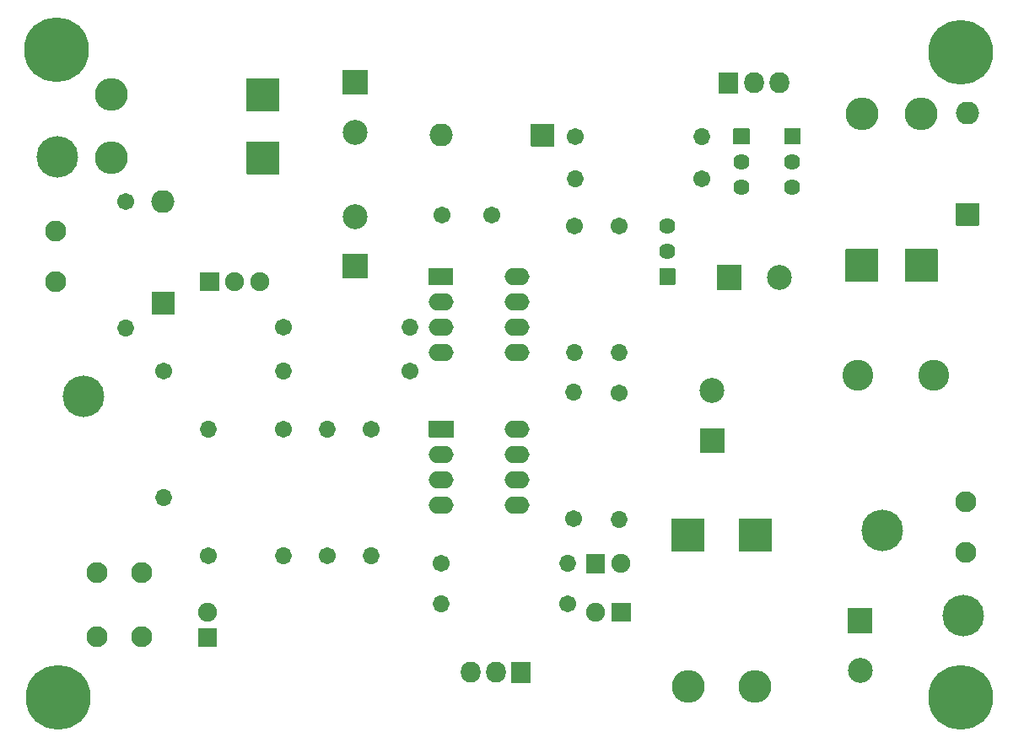
<source format=gbr>
%TF.GenerationSoftware,KiCad,Pcbnew,(5.1.9)-1*%
%TF.CreationDate,2021-07-30T10:33:42+09:00*%
%TF.ProjectId,12f683MPPT,31326636-3833-44d5-9050-542e6b696361,rev?*%
%TF.SameCoordinates,Original*%
%TF.FileFunction,Soldermask,Top*%
%TF.FilePolarity,Negative*%
%FSLAX46Y46*%
G04 Gerber Fmt 4.6, Leading zero omitted, Abs format (unit mm)*
G04 Created by KiCad (PCBNEW (5.1.9)-1) date 2021-07-30 10:33:42*
%MOMM*%
%LPD*%
G01*
G04 APERTURE LIST*
%ADD10C,6.502000*%
%ADD11C,2.102000*%
%ADD12O,3.302000X3.302000*%
%ADD13C,2.502000*%
%ADD14C,1.702000*%
%ADD15O,2.302000X2.302000*%
%ADD16C,1.902000*%
%ADD17C,3.102000*%
%ADD18C,1.622000*%
%ADD19O,1.702000X1.702000*%
%ADD20O,1.902000X1.902000*%
%ADD21O,2.502000X1.702000*%
%ADD22C,4.166000*%
%ADD23O,2.007000X2.102000*%
G04 APERTURE END LIST*
D10*
X39903400Y-30251400D03*
X40055800Y-95199200D03*
X130606800Y-95275400D03*
X130657600Y-30480000D03*
D11*
X131150000Y-75560000D03*
X131150000Y-80640000D03*
X39800000Y-48430000D03*
X39800000Y-53510000D03*
G36*
G01*
X62241000Y-33130000D02*
X62241000Y-36330000D01*
G75*
G02*
X62190000Y-36381000I-51000J0D01*
G01*
X58990000Y-36381000D01*
G75*
G02*
X58939000Y-36330000I0J51000D01*
G01*
X58939000Y-33130000D01*
G75*
G02*
X58990000Y-33079000I51000J0D01*
G01*
X62190000Y-33079000D01*
G75*
G02*
X62241000Y-33130000I0J-51000D01*
G01*
G37*
D12*
X45350000Y-34730000D03*
X126670000Y-36640000D03*
G36*
G01*
X128270000Y-53531000D02*
X125070000Y-53531000D01*
G75*
G02*
X125019000Y-53480000I0J51000D01*
G01*
X125019000Y-50280000D01*
G75*
G02*
X125070000Y-50229000I51000J0D01*
G01*
X128270000Y-50229000D01*
G75*
G02*
X128321000Y-50280000I0J-51000D01*
G01*
X128321000Y-53480000D01*
G75*
G02*
X128270000Y-53531000I-51000J0D01*
G01*
G37*
G36*
G01*
X108420000Y-77279000D02*
X111620000Y-77279000D01*
G75*
G02*
X111671000Y-77330000I0J-51000D01*
G01*
X111671000Y-80530000D01*
G75*
G02*
X111620000Y-80581000I-51000J0D01*
G01*
X108420000Y-80581000D01*
G75*
G02*
X108369000Y-80530000I0J51000D01*
G01*
X108369000Y-77330000D01*
G75*
G02*
X108420000Y-77279000I51000J0D01*
G01*
G37*
X110020000Y-94170000D03*
G36*
G01*
X119340000Y-86279000D02*
X121740000Y-86279000D01*
G75*
G02*
X121791000Y-86330000I0J-51000D01*
G01*
X121791000Y-88730000D01*
G75*
G02*
X121740000Y-88781000I-51000J0D01*
G01*
X119340000Y-88781000D01*
G75*
G02*
X119289000Y-88730000I0J51000D01*
G01*
X119289000Y-86330000D01*
G75*
G02*
X119340000Y-86279000I51000J0D01*
G01*
G37*
D13*
X120540000Y-92530000D03*
X112400000Y-53090000D03*
G36*
G01*
X106149000Y-54290000D02*
X106149000Y-51890000D01*
G75*
G02*
X106200000Y-51839000I51000J0D01*
G01*
X108600000Y-51839000D01*
G75*
G02*
X108651000Y-51890000I0J-51000D01*
G01*
X108651000Y-54290000D01*
G75*
G02*
X108600000Y-54341000I-51000J0D01*
G01*
X106200000Y-54341000D01*
G75*
G02*
X106149000Y-54290000I0J51000D01*
G01*
G37*
X69830000Y-46940000D03*
G36*
G01*
X71030000Y-53191000D02*
X68630000Y-53191000D01*
G75*
G02*
X68579000Y-53140000I0J51000D01*
G01*
X68579000Y-50740000D01*
G75*
G02*
X68630000Y-50689000I51000J0D01*
G01*
X71030000Y-50689000D01*
G75*
G02*
X71081000Y-50740000I0J-51000D01*
G01*
X71081000Y-53140000D01*
G75*
G02*
X71030000Y-53191000I-51000J0D01*
G01*
G37*
D14*
X83570000Y-46840000D03*
X78570000Y-46840000D03*
G36*
G01*
X106900000Y-70691000D02*
X104500000Y-70691000D01*
G75*
G02*
X104449000Y-70640000I0J51000D01*
G01*
X104449000Y-68240000D01*
G75*
G02*
X104500000Y-68189000I51000J0D01*
G01*
X106900000Y-68189000D01*
G75*
G02*
X106951000Y-68240000I0J-51000D01*
G01*
X106951000Y-70640000D01*
G75*
G02*
X106900000Y-70691000I-51000J0D01*
G01*
G37*
D13*
X105700000Y-64440000D03*
X69850000Y-38470000D03*
G36*
G01*
X68650000Y-32219000D02*
X71050000Y-32219000D01*
G75*
G02*
X71101000Y-32270000I0J-51000D01*
G01*
X71101000Y-34670000D01*
G75*
G02*
X71050000Y-34721000I-51000J0D01*
G01*
X68650000Y-34721000D01*
G75*
G02*
X68599000Y-34670000I0J51000D01*
G01*
X68599000Y-32270000D01*
G75*
G02*
X68650000Y-32219000I51000J0D01*
G01*
G37*
G36*
G01*
X122320000Y-53531000D02*
X119120000Y-53531000D01*
G75*
G02*
X119069000Y-53480000I0J51000D01*
G01*
X119069000Y-50280000D01*
G75*
G02*
X119120000Y-50229000I51000J0D01*
G01*
X122320000Y-50229000D01*
G75*
G02*
X122371000Y-50280000I0J-51000D01*
G01*
X122371000Y-53480000D01*
G75*
G02*
X122320000Y-53531000I-51000J0D01*
G01*
G37*
D12*
X120720000Y-36640000D03*
X103270000Y-94170000D03*
G36*
G01*
X101670000Y-77279000D02*
X104870000Y-77279000D01*
G75*
G02*
X104921000Y-77330000I0J-51000D01*
G01*
X104921000Y-80530000D01*
G75*
G02*
X104870000Y-80581000I-51000J0D01*
G01*
X101670000Y-80581000D01*
G75*
G02*
X101619000Y-80530000I0J51000D01*
G01*
X101619000Y-77330000D01*
G75*
G02*
X101670000Y-77279000I51000J0D01*
G01*
G37*
G36*
G01*
X89801000Y-37700000D02*
X89801000Y-39900000D01*
G75*
G02*
X89750000Y-39951000I-51000J0D01*
G01*
X87550000Y-39951000D01*
G75*
G02*
X87499000Y-39900000I0J51000D01*
G01*
X87499000Y-37700000D01*
G75*
G02*
X87550000Y-37649000I51000J0D01*
G01*
X89750000Y-37649000D01*
G75*
G02*
X89801000Y-37700000I0J-51000D01*
G01*
G37*
D15*
X78490000Y-38800000D03*
D16*
X55030000Y-86700000D03*
G36*
G01*
X55930000Y-90191000D02*
X54130000Y-90191000D01*
G75*
G02*
X54079000Y-90140000I0J51000D01*
G01*
X54079000Y-88340000D01*
G75*
G02*
X54130000Y-88289000I51000J0D01*
G01*
X55930000Y-88289000D01*
G75*
G02*
X55981000Y-88340000I0J-51000D01*
G01*
X55981000Y-90140000D01*
G75*
G02*
X55930000Y-90191000I-51000J0D01*
G01*
G37*
D15*
X50580000Y-45470000D03*
G36*
G01*
X51680000Y-56781000D02*
X49480000Y-56781000D01*
G75*
G02*
X49429000Y-56730000I0J51000D01*
G01*
X49429000Y-54530000D01*
G75*
G02*
X49480000Y-54479000I51000J0D01*
G01*
X51680000Y-54479000D01*
G75*
G02*
X51731000Y-54530000I0J-51000D01*
G01*
X51731000Y-56730000D01*
G75*
G02*
X51680000Y-56781000I-51000J0D01*
G01*
G37*
D12*
X45350000Y-41050000D03*
G36*
G01*
X62241000Y-39450000D02*
X62241000Y-42650000D01*
G75*
G02*
X62190000Y-42701000I-51000J0D01*
G01*
X58990000Y-42701000D01*
G75*
G02*
X58939000Y-42650000I0J51000D01*
G01*
X58939000Y-39450000D01*
G75*
G02*
X58990000Y-39399000I51000J0D01*
G01*
X62190000Y-39399000D01*
G75*
G02*
X62241000Y-39450000I0J-51000D01*
G01*
G37*
G36*
G01*
X93039000Y-82700000D02*
X93039000Y-80900000D01*
G75*
G02*
X93090000Y-80849000I51000J0D01*
G01*
X94890000Y-80849000D01*
G75*
G02*
X94941000Y-80900000I0J-51000D01*
G01*
X94941000Y-82700000D01*
G75*
G02*
X94890000Y-82751000I-51000J0D01*
G01*
X93090000Y-82751000D01*
G75*
G02*
X93039000Y-82700000I0J51000D01*
G01*
G37*
D16*
X96530000Y-81800000D03*
X94020000Y-86670000D03*
G36*
G01*
X97511000Y-85770000D02*
X97511000Y-87570000D01*
G75*
G02*
X97460000Y-87621000I-51000J0D01*
G01*
X95660000Y-87621000D01*
G75*
G02*
X95609000Y-87570000I0J51000D01*
G01*
X95609000Y-85770000D01*
G75*
G02*
X95660000Y-85719000I51000J0D01*
G01*
X97460000Y-85719000D01*
G75*
G02*
X97511000Y-85770000I0J-51000D01*
G01*
G37*
D17*
X127890000Y-62900000D03*
X120270000Y-62900000D03*
G36*
G01*
X102001000Y-52229999D02*
X102001000Y-53750001D01*
G75*
G02*
X101950001Y-53801000I-50999J0D01*
G01*
X100429999Y-53801000D01*
G75*
G02*
X100379000Y-53750001I0J50999D01*
G01*
X100379000Y-52229999D01*
G75*
G02*
X100429999Y-52179000I50999J0D01*
G01*
X101950001Y-52179000D01*
G75*
G02*
X102001000Y-52229999I0J-50999D01*
G01*
G37*
D18*
X101190000Y-47910000D03*
X101190000Y-50450000D03*
G36*
G01*
X107819000Y-39660001D02*
X107819000Y-38139999D01*
G75*
G02*
X107869999Y-38089000I50999J0D01*
G01*
X109390001Y-38089000D01*
G75*
G02*
X109441000Y-38139999I0J-50999D01*
G01*
X109441000Y-39660001D01*
G75*
G02*
X109390001Y-39711000I-50999J0D01*
G01*
X107869999Y-39711000D01*
G75*
G02*
X107819000Y-39660001I0J50999D01*
G01*
G37*
X108630000Y-43980000D03*
X108630000Y-41440000D03*
X113730000Y-41440000D03*
X113730000Y-43980000D03*
G36*
G01*
X112919000Y-39660001D02*
X112919000Y-38139999D01*
G75*
G02*
X112969999Y-38089000I50999J0D01*
G01*
X114490001Y-38089000D01*
G75*
G02*
X114541000Y-38139999I0J-50999D01*
G01*
X114541000Y-39660001D01*
G75*
G02*
X114490001Y-39711000I-50999J0D01*
G01*
X112969999Y-39711000D01*
G75*
G02*
X112919000Y-39660001I0J50999D01*
G01*
G37*
D19*
X91200000Y-81760000D03*
D14*
X78500000Y-81760000D03*
X67080000Y-81000000D03*
D19*
X67080000Y-68300000D03*
X62640000Y-80980000D03*
D14*
X62640000Y-68280000D03*
D19*
X71460000Y-80970000D03*
D14*
X71460000Y-68270000D03*
D19*
X46850000Y-58160000D03*
D14*
X46850000Y-45460000D03*
X55110000Y-81050000D03*
D19*
X55110000Y-68350000D03*
X96360000Y-60600000D03*
D14*
X96360000Y-47900000D03*
X62660000Y-58080000D03*
D19*
X75360000Y-58080000D03*
D14*
X91960000Y-38900000D03*
D19*
X104660000Y-38900000D03*
D14*
X104650000Y-43150000D03*
D19*
X91950000Y-43150000D03*
D14*
X91820000Y-47900000D03*
D19*
X91820000Y-60600000D03*
X50600000Y-75150000D03*
D14*
X50600000Y-62450000D03*
D19*
X78470000Y-85800000D03*
D14*
X91170000Y-85800000D03*
X96340000Y-64630000D03*
D19*
X96340000Y-77330000D03*
D14*
X91810000Y-77320000D03*
D19*
X91810000Y-64620000D03*
X62670000Y-62510000D03*
D14*
X75370000Y-62510000D03*
D20*
X60320000Y-53500000D03*
X57780000Y-53500000D03*
G36*
G01*
X54289000Y-54400000D02*
X54289000Y-52600000D01*
G75*
G02*
X54340000Y-52549000I51000J0D01*
G01*
X56140000Y-52549000D01*
G75*
G02*
X56191000Y-52600000I0J-51000D01*
G01*
X56191000Y-54400000D01*
G75*
G02*
X56140000Y-54451000I-51000J0D01*
G01*
X54340000Y-54451000D01*
G75*
G02*
X54289000Y-54400000I0J51000D01*
G01*
G37*
G36*
G01*
X77209000Y-53820000D02*
X77209000Y-52220000D01*
G75*
G02*
X77260000Y-52169000I51000J0D01*
G01*
X79660000Y-52169000D01*
G75*
G02*
X79711000Y-52220000I0J-51000D01*
G01*
X79711000Y-53820000D01*
G75*
G02*
X79660000Y-53871000I-51000J0D01*
G01*
X77260000Y-53871000D01*
G75*
G02*
X77209000Y-53820000I0J51000D01*
G01*
G37*
D21*
X86080000Y-60640000D03*
X78460000Y-55560000D03*
X86080000Y-58100000D03*
X78460000Y-58100000D03*
X86080000Y-55560000D03*
X78460000Y-60640000D03*
X86080000Y-53020000D03*
X86120000Y-68280000D03*
X78500000Y-75900000D03*
X86120000Y-70820000D03*
X78500000Y-73360000D03*
X86120000Y-73360000D03*
X78500000Y-70820000D03*
X86120000Y-75900000D03*
G36*
G01*
X77249000Y-69080000D02*
X77249000Y-67480000D01*
G75*
G02*
X77300000Y-67429000I51000J0D01*
G01*
X79700000Y-67429000D01*
G75*
G02*
X79751000Y-67480000I0J-51000D01*
G01*
X79751000Y-69080000D01*
G75*
G02*
X79700000Y-69131000I-51000J0D01*
G01*
X77300000Y-69131000D01*
G75*
G02*
X77249000Y-69080000I0J51000D01*
G01*
G37*
D22*
X39940000Y-40950000D03*
X42550000Y-65030000D03*
X130910000Y-87030000D03*
X122790000Y-78440000D03*
G36*
G01*
X132418000Y-47887000D02*
X130218000Y-47887000D01*
G75*
G02*
X130167000Y-47836000I0J51000D01*
G01*
X130167000Y-45636000D01*
G75*
G02*
X130218000Y-45585000I51000J0D01*
G01*
X132418000Y-45585000D01*
G75*
G02*
X132469000Y-45636000I0J-51000D01*
G01*
X132469000Y-47836000D01*
G75*
G02*
X132418000Y-47887000I-51000J0D01*
G01*
G37*
D15*
X131318000Y-36576000D03*
D23*
X81407000Y-92710000D03*
X83947000Y-92710000D03*
G36*
G01*
X87490500Y-91710000D02*
X87490500Y-93710000D01*
G75*
G02*
X87439500Y-93761000I-51000J0D01*
G01*
X85534500Y-93761000D01*
G75*
G02*
X85483500Y-93710000I0J51000D01*
G01*
X85483500Y-91710000D01*
G75*
G02*
X85534500Y-91659000I51000J0D01*
G01*
X87439500Y-91659000D01*
G75*
G02*
X87490500Y-91710000I0J-51000D01*
G01*
G37*
G36*
G01*
X106311500Y-34528000D02*
X106311500Y-32528000D01*
G75*
G02*
X106362500Y-32477000I51000J0D01*
G01*
X108267500Y-32477000D01*
G75*
G02*
X108318500Y-32528000I0J-51000D01*
G01*
X108318500Y-34528000D01*
G75*
G02*
X108267500Y-34579000I-51000J0D01*
G01*
X106362500Y-34579000D01*
G75*
G02*
X106311500Y-34528000I0J51000D01*
G01*
G37*
X109855000Y-33528000D03*
X112395000Y-33528000D03*
D11*
X48430000Y-89180000D03*
X43930000Y-89180000D03*
X48430000Y-82680000D03*
X43930000Y-82680000D03*
M02*

</source>
